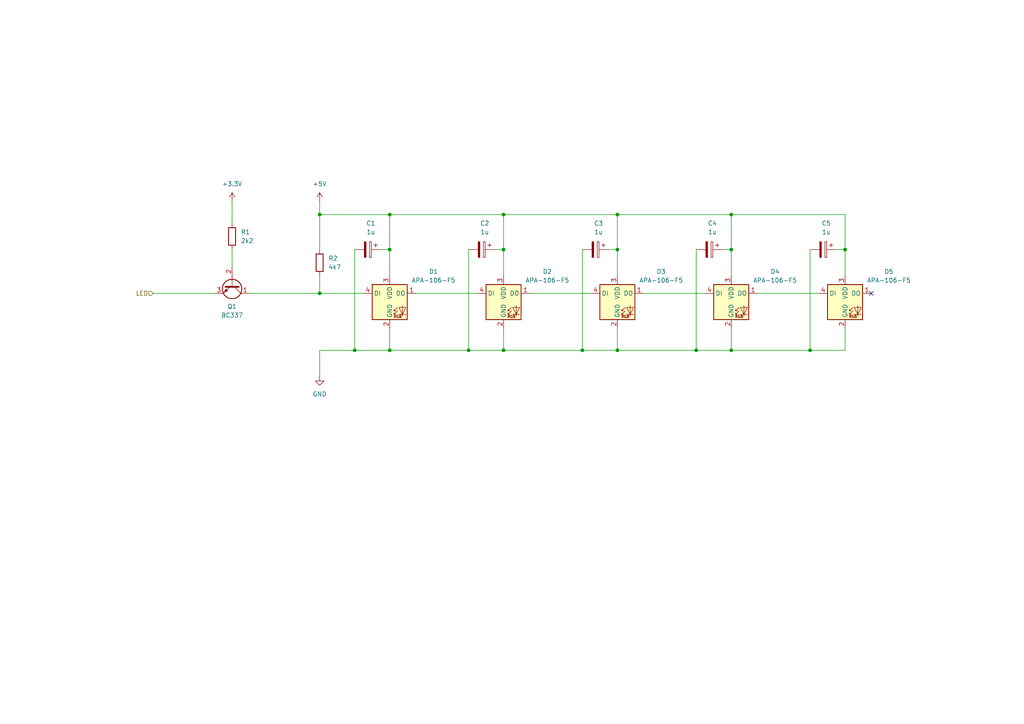
<source format=kicad_sch>
(kicad_sch (version 20250114) (generator "eeschema") (generator_version "9.0")
  (paper "A4")
  (title_block (title "VC 5") (date "2025-02-25") (rev "1.0") (comment 1 "Designed by Jan Eberhardt"))
  (lib_symbols
    (symbol "Device:C_Polarized" (pin_numbers (hide yes)) (pin_names (offset 0.254))
      (property "Reference" "C" (at 0.635 2.54 0))
      (property "Value" "C_Polarized" (at 0.635 -2.54 0))
      (symbol "C_Polarized_0_1"
        (rectangle (start -2.286 0.508) (end 2.286 1.016))
        (polyline (pts (xy -1.778 2.286) (xy -0.762 2.286)))
        (polyline (pts (xy -1.27 2.794) (xy -1.27 1.778)))
        (rectangle (start 2.286 -0.508) (end -2.286 -1.016) (fill (type outline)))
      )
      (symbol "C_Polarized_1_1"
        (pin passive line (at 0 3.81 270) (length 2.794) (name "~") (number "1"))
        (pin passive line (at 0 -3.81 90) (length 2.794) (name "~") (number "2"))
      )
    )
    (symbol "Device:R" (pin_numbers (hide yes)) (pin_names (offset 0))
      (property "Reference" "R" (at 2.032 0 90))
      (property "Value" "R" (at 0 0 90))
      (symbol "R_0_1"
        (rectangle (start -1.016 -2.54) (end 1.016 2.54) (stroke (width 0.254)))
      )
      (symbol "R_1_1"
        (pin passive line (at 0 3.81 270) (length 1.27) (name "~") (number "1"))
        (pin passive line (at 0 -3.81 90) (length 1.27) (name "~") (number "2"))
      )
    )
    (symbol "LED:APA-106-F5"
      (property "Reference" "D" (at 5.08 5.715 0))
      (property "Value" "APA-106-F5" (at 1.27 -5.715 0))
      (symbol "APA-106-F5_0_0"
        (text "RGB" (at 2.286 -4.191 0) (effects (font (size 0.762 0.762))))
      )
      (symbol "APA-106-F5_0_1"
        (polyline (pts (xy 1.27 -2.54) (xy 1.778 -2.54)))
        (polyline (pts (xy 1.27 -3.556) (xy 1.778 -3.556)))
        (polyline (pts (xy 2.286 -1.524) (xy 1.27 -2.54) (xy 1.27 -2.032)))
        (polyline (pts (xy 2.286 -2.54) (xy 1.27 -3.556) (xy 1.27 -3.048)))
        (polyline (pts (xy 3.683 -1.016) (xy 3.683 -3.556) (xy 3.683 -4.064)))
        (polyline (pts (xy 4.699 -1.524) (xy 2.667 -1.524) (xy 3.683 -3.556) (xy 4.699 -1.524)))
        (polyline (pts (xy 4.699 -3.556) (xy 2.667 -3.556)))
        (rectangle (start 5.08 5.08) (end -5.08 -5.08) (stroke (width 0.254)) (fill (type background)))
      )
      (symbol "APA-106-F5_1_1"
        (pin input line (at -7.62 2.54 0) (length 2.54) (name "DI") (number "4"))
        (pin power_in line (at 0 7.62 270) (length 2.54) (name "VDD") (number "3"))
        (pin power_in line (at 0 -7.62 90) (length 2.54) (name "GND") (number "2"))
        (pin output line (at 7.62 2.54 180) (length 2.54) (name "DO") (number "1"))
      )
    )
    (symbol "Transistor_BJT:BC337" (pin_names (offset 0) (hide yes))
      (property "Reference" "Q" (at 5.08 1.905 0))
      (property "Value" "BC337" (at 5.08 0 0))
      (symbol "BC337_0_1"
        (polyline (pts (xy -2.54 0) (xy 0.635 0)))
        (polyline (pts (xy 0.635 1.905) (xy 0.635 -1.905)) (stroke (width 0.508)))
        (circle (center 1.27 0) (radius 2.8194) (stroke (width 0.254)))
      )
      (symbol "BC337_1_1"
        (polyline (pts (xy 0.635 0.635) (xy 2.54 2.54)))
        (polyline (pts (xy 0.635 -0.635) (xy 2.54 -2.54)))
        (polyline (pts (xy 1.27 -1.778) (xy 1.778 -1.27) (xy 2.286 -2.286) (xy 1.27 -1.778)) (fill (type outline)))
        (pin input line (at -5.08 0 0) (length 2.54) (name "B") (number "2"))
        (pin passive line (at 2.54 5.08 270) (length 2.54) (name "C") (number "1"))
        (pin passive line (at 2.54 -5.08 90) (length 2.54) (name "E") (number "3"))
      )
    )
    (symbol "power:+3.3V" (power) (pin_numbers (hide yes)) (pin_names (offset 0) (hide yes))
      (property "Value" "+3.3V" (at 0 3.556 0))
      (symbol "+3.3V_0_1"
        (polyline (pts (xy -0.762 1.27) (xy 0 2.54)))
        (polyline (pts (xy 0 2.54) (xy 0.762 1.27)))
        (polyline (pts (xy 0 0) (xy 0 2.54)))
      )
      (symbol "+3.3V_1_1"
        (pin power_in line (at 0 0 90) (length 0) (name "~") (number "1"))
      )
    )
    (symbol "power:+5V" (power) (pin_numbers (hide yes)) (pin_names (offset 0) (hide yes))
      (property "Value" "+5V" (at 0 3.556 0))
      (symbol "+5V_0_1"
        (polyline (pts (xy -0.762 1.27) (xy 0 2.54)))
        (polyline (pts (xy 0 2.54) (xy 0.762 1.27)))
        (polyline (pts (xy 0 0) (xy 0 2.54)))
      )
      (symbol "+5V_1_1"
        (pin power_in line (at 0 0 90) (length 0) (name "~") (number "1"))
      )
    )
    (symbol "power:GND" (power) (pin_numbers (hide yes)) (pin_names (offset 0) (hide yes))
      (property "Value" "GND" (at 0 -3.81 0))
      (symbol "GND_0_1"
        (polyline (pts (xy 0 0) (xy 0 -1.27) (xy 1.27 -1.27) (xy 0 -2.54) (xy -1.27 -1.27) (xy 0 -1.27)))
      )
      (symbol "GND_1_1"
        (pin power_in line (at 0 0 270) (length 0) (name "~") (number "1"))
      )
    )
  )
  (junction (at 92.71 62.23))
  (junction (at 179.07 72.39))
  (junction (at 168.91 101.6))
  (junction (at 212.09 62.23))
  (junction (at 146.05 72.39))
  (junction (at 113.03 72.39))
  (junction (at 102.87 101.6))
  (junction (at 113.03 62.23))
  (junction (at 212.09 72.39))
  (junction (at 212.09 101.6))
  (junction (at 92.71 85.09))
  (junction (at 179.07 101.6))
  (junction (at 113.03 101.6))
  (junction (at 135.89 101.6))
  (junction (at 179.07 62.23))
  (junction (at 245.11 72.39))
  (junction (at 146.05 101.6))
  (junction (at 201.93 101.6))
  (junction (at 234.95 101.6))
  (junction (at 146.05 62.23))
  (no_connect (at 252.73 85.09))
  (wire (pts (xy 209.55 72.39) (xy 212.09 72.39)))
  (wire (pts (xy 212.09 101.6) (xy 212.09 95.25)))
  (wire (pts (xy 179.07 72.39) (xy 179.07 80.01)))
  (wire (pts (xy 176.53 72.39) (xy 179.07 72.39)))
  (wire (pts (xy 135.89 72.39) (xy 135.89 101.6)))
  (wire (pts (xy 179.07 62.23) (xy 212.09 62.23)))
  (wire (pts (xy 245.11 101.6) (xy 245.11 95.25)))
  (wire (pts (xy 92.71 80.01) (xy 92.71 85.09)))
  (wire (pts (xy 44.45 85.09) (xy 62.23 85.09)))
  (wire (pts (xy 146.05 101.6) (xy 168.91 101.6)))
  (wire (pts (xy 234.95 101.6) (xy 245.11 101.6)))
  (wire (pts (xy 219.71 85.09) (xy 237.49 85.09)))
  (wire (pts (xy 67.31 72.39) (xy 67.31 77.47)))
  (wire (pts (xy 168.91 72.39) (xy 168.91 101.6)))
  (wire (pts (xy 113.03 101.6) (xy 135.89 101.6)))
  (wire (pts (xy 102.87 72.39) (xy 102.87 101.6)))
  (wire (pts (xy 92.71 62.23) (xy 92.71 72.39)))
  (wire (pts (xy 120.65 85.09) (xy 138.43 85.09)))
  (wire (pts (xy 179.07 62.23) (xy 146.05 62.23)))
  (wire (pts (xy 113.03 62.23) (xy 113.03 72.39)))
  (wire (pts (xy 234.95 72.39) (xy 234.95 101.6)))
  (wire (pts (xy 245.11 62.23) (xy 245.11 72.39)))
  (wire (pts (xy 212.09 72.39) (xy 212.09 80.01)))
  (wire (pts (xy 92.71 101.6) (xy 92.71 109.22)))
  (wire (pts (xy 201.93 101.6) (xy 212.09 101.6)))
  (wire (pts (xy 135.89 101.6) (xy 146.05 101.6)))
  (wire (pts (xy 245.11 72.39) (xy 245.11 80.01)))
  (wire (pts (xy 113.03 72.39) (xy 110.49 72.39)))
  (wire (pts (xy 179.07 72.39) (xy 179.07 62.23)))
  (wire (pts (xy 153.67 85.09) (xy 171.45 85.09)))
  (wire (pts (xy 212.09 101.6) (xy 234.95 101.6)))
  (wire (pts (xy 186.69 85.09) (xy 204.47 85.09)))
  (wire (pts (xy 102.87 101.6) (xy 92.71 101.6)))
  (wire (pts (xy 146.05 72.39) (xy 146.05 80.01)))
  (wire (pts (xy 212.09 62.23) (xy 245.11 62.23)))
  (wire (pts (xy 113.03 62.23) (xy 92.71 62.23)))
  (wire (pts (xy 242.57 72.39) (xy 245.11 72.39)))
  (wire (pts (xy 92.71 58.42) (xy 92.71 62.23)))
  (wire (pts (xy 168.91 101.6) (xy 179.07 101.6)))
  (wire (pts (xy 179.07 101.6) (xy 201.93 101.6)))
  (wire (pts (xy 143.51 72.39) (xy 146.05 72.39)))
  (wire (pts (xy 113.03 80.01) (xy 113.03 72.39)))
  (wire (pts (xy 179.07 101.6) (xy 179.07 95.25)))
  (wire (pts (xy 146.05 62.23) (xy 146.05 72.39)))
  (wire (pts (xy 113.03 95.25) (xy 113.03 101.6)))
  (wire (pts (xy 212.09 62.23) (xy 212.09 72.39)))
  (wire (pts (xy 113.03 101.6) (xy 102.87 101.6)))
  (wire (pts (xy 201.93 72.39) (xy 201.93 101.6)))
  (wire (pts (xy 105.41 85.09) (xy 92.71 85.09)))
  (wire (pts (xy 146.05 95.25) (xy 146.05 101.6)))
  (wire (pts (xy 67.31 58.42) (xy 67.31 64.77)))
  (wire (pts (xy 72.39 85.09) (xy 92.71 85.09)))
  (wire (pts (xy 113.03 62.23) (xy 146.05 62.23)))
  (hierarchical_label "LED" (shape input) (at 44.45 85.09 180))
  (symbol (lib_id "LED:APA-106-F5") (at 245.11 87.63 0) (unit 1)
    (property "Reference" "D5" (at 257.81 78.7714 0))
    (property "Value" "APA-106-F5" (at 257.81 81.3114 0))
    (property "Footprint" "LED_THT:LED_D5.0mm-4_RGB" (effects (hide yes)))
    (property "Datasheet" "https://cdn.sparkfun.com/datasheets/Components/LED/COM-12877.pdf" (effects (hide yes)))
    (property "Description" "RGB LED with integrated controller, 5mm Package" (effects (hide yes)))
  )
  (symbol (lib_id "LED:APA-106-F5") (at 179.07 87.63 0) (unit 1)
    (property "Reference" "D3" (at 191.77 78.7714 0))
    (property "Value" "APA-106-F5" (at 191.77 81.3114 0))
    (property "Footprint" "LED_THT:LED_D5.0mm-4_RGB" (effects (hide yes)))
    (property "Datasheet" "https://cdn.sparkfun.com/datasheets/Components/LED/COM-12877.pdf" (effects (hide yes)))
    (property "Description" "RGB LED with integrated controller, 5mm Package" (effects (hide yes)))
  )
  (symbol (lib_id "power:GND") (at 92.71 109.22 0) (unit 1)
    (property "Reference" "#PWR07" (effects (hide yes)))
    (property "Value" "GND" (at 92.71 114.3 0))
    (property "Description" "Power symbol creates a global label with name \"GND\" , ground" (effects (hide yes)))
  )
  (symbol (lib_id "Transistor_BJT:BC337") (at 67.31 82.55 270) (unit 1)
    (property "Reference" "Q1" (at 67.31 88.9 90))
    (property "Value" "BC337" (at 67.31 91.44 90))
    (property "Footprint" "Package_TO_SOT_THT:TO-92_Inline" (effects (hide yes)))
    (property "Datasheet" "https://diotec.com/tl_files/diotec/files/pdf/datasheets/bc337.pdf" (effects (hide yes)))
    (property "Description" "0.8A Ic, 45V Vce, NPN Transistor, TO-92" (effects (hide yes)))
  )
  (symbol (lib_id "power:+3.3V") (at 67.31 58.42 0) (unit 1)
    (property "Reference" "#PWR05" (effects (hide yes)))
    (property "Value" "+3.3V" (at 67.31 53.34 0))
    (property "Description" "Power symbol creates a global label with name \"+3.3V\"" (effects (hide yes)))
  )
  (symbol (lib_id "LED:APA-106-F5") (at 146.05 87.63 0) (unit 1)
    (property "Reference" "D2" (at 158.75 78.7714 0))
    (property "Value" "APA-106-F5" (at 158.75 81.3114 0))
    (property "Footprint" "LED_THT:LED_D5.0mm-4_RGB" (effects (hide yes)))
    (property "Datasheet" "https://cdn.sparkfun.com/datasheets/Components/LED/COM-12877.pdf" (effects (hide yes)))
    (property "Description" "RGB LED with integrated controller, 5mm Package" (effects (hide yes)))
  )
  (symbol (lib_id "Device:C_Polarized") (at 139.7 72.39 270) (unit 1)
    (property "Reference" "C2" (at 140.589 64.77 90))
    (property "Value" "1u" (at 140.589 67.31 90))
    (property "Footprint" "Capacitor_THT:CP_Radial_D4.0mm_P1.50mm" (effects (hide yes)))
    (property "Description" "Polarized capacitor" (effects (hide yes)))
  )
  (symbol (lib_id "Device:C_Polarized") (at 238.76 72.39 270) (unit 1)
    (property "Reference" "C5" (at 239.649 64.77 90))
    (property "Value" "1u" (at 239.649 67.31 90))
    (property "Footprint" "Capacitor_THT:CP_Radial_D4.0mm_P1.50mm" (effects (hide yes)))
    (property "Description" "Polarized capacitor" (effects (hide yes)))
  )
  (symbol (lib_id "Device:C_Polarized") (at 106.68 72.39 270) (unit 1)
    (property "Reference" "C1" (at 107.569 64.77 90))
    (property "Value" "1u" (at 107.569 67.31 90))
    (property "Footprint" "Capacitor_THT:CP_Radial_D4.0mm_P1.50mm" (effects (hide yes)))
    (property "Description" "Polarized capacitor" (effects (hide yes)))
  )
  (symbol (lib_id "LED:APA-106-F5") (at 212.09 87.63 0) (unit 1)
    (property "Reference" "D4" (at 224.79 78.7714 0))
    (property "Value" "APA-106-F5" (at 224.79 81.3114 0))
    (property "Footprint" "LED_THT:LED_D5.0mm-4_RGB" (effects (hide yes)))
    (property "Datasheet" "https://cdn.sparkfun.com/datasheets/Components/LED/COM-12877.pdf" (effects (hide yes)))
    (property "Description" "RGB LED with integrated controller, 5mm Package" (effects (hide yes)))
  )
  (symbol (lib_id "Device:C_Polarized") (at 205.74 72.39 270) (unit 1)
    (property "Reference" "C4" (at 206.629 64.77 90))
    (property "Value" "1u" (at 206.629 67.31 90))
    (property "Footprint" "Capacitor_THT:CP_Radial_D4.0mm_P1.50mm" (effects (hide yes)))
    (property "Description" "Polarized capacitor" (effects (hide yes)))
  )
  (symbol (lib_id "Device:R") (at 92.71 76.2 0) (unit 1)
    (property "Reference" "R2" (at 95.25 74.9299 0) (effects (justify left)))
    (property "Value" "4k7" (at 95.25 77.4699 0) (effects (justify left)))
    (property "Footprint" "Resistor_THT:R_Axial_DIN0207_L6.3mm_D2.5mm_P10.16mm_Horizontal" (effects (hide yes)))
    (property "Description" "Resistor" (effects (hide yes)))
  )
  (symbol (lib_id "Device:C_Polarized") (at 172.72 72.39 270) (unit 1)
    (property "Reference" "C3" (at 173.609 64.77 90))
    (property "Value" "1u" (at 173.609 67.31 90))
    (property "Footprint" "Capacitor_THT:CP_Radial_D4.0mm_P1.50mm" (effects (hide yes)))
    (property "Description" "Polarized capacitor" (effects (hide yes)))
  )
  (symbol (lib_id "Device:R") (at 67.31 68.58 0) (unit 1)
    (property "Reference" "R1" (at 69.85 67.3099 0) (effects (justify left)))
    (property "Value" "2k2" (at 69.85 69.8499 0) (effects (justify left)))
    (property "Footprint" "Resistor_THT:R_Axial_DIN0207_L6.3mm_D2.5mm_P10.16mm_Horizontal" (effects (hide yes)))
    (property "Description" "Resistor" (effects (hide yes)))
  )
  (symbol (lib_id "LED:APA-106-F5") (at 113.03 87.63 0) (unit 1)
    (property "Reference" "D1" (at 125.73 78.7714 0))
    (property "Value" "APA-106-F5" (at 125.73 81.3114 0))
    (property "Footprint" "LED_THT:LED_D5.0mm-4_RGB" (effects (hide yes)))
    (property "Datasheet" "https://cdn.sparkfun.com/datasheets/Components/LED/COM-12877.pdf" (effects (hide yes)))
    (property "Description" "RGB LED with integrated controller, 5mm Package" (effects (hide yes)))
  )
  (symbol (lib_id "power:+5V") (at 92.71 58.42 0) (unit 1)
    (property "Reference" "#PWR06" (effects (hide yes)))
    (property "Value" "+5V" (at 92.71 53.34 0))
    (property "Description" "Power symbol creates a global label with name \"+5V\"" (effects (hide yes)))
  )
)
</source>
